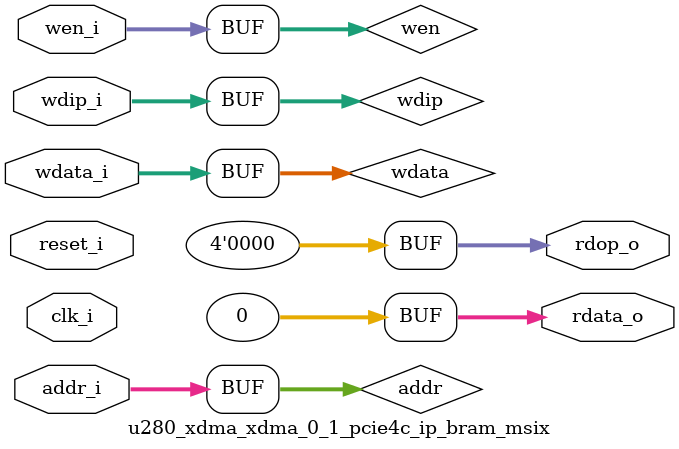
<source format=v>
`timescale 1ps/1ps

(* DowngradeIPIdentifiedWarnings = "yes" *)
module u280_xdma_xdma_0_1_pcie4c_ip_bram_msix #(

  parameter           TCQ = 100
, parameter           TO_RAM_PIPELINE="FALSE"
, parameter           FROM_RAM_PIPELINE="FALSE"
, parameter           MSIX_CAP_TABLE_SIZE=11'h0
, parameter           MSIX_TABLE_RAM_ENABLE="FALSE"

  ) (

  input  wire         clk_i,
  input  wire         reset_i,

  input  wire  [12:0] addr_i,
  input  wire  [31:0] wdata_i,
  input  wire   [3:0] wdip_i,
  input  wire   [3:0] wen_i,
  output wire  [31:0] rdata_o,
  output wire   [3:0] rdop_o

  );

  // WIP : Use Total number of functions (PFs + VFs) to calculate the NUM_BRAM_4K
  localparam integer NUM_BRAM_4K = (MSIX_TABLE_RAM_ENABLE == "TRUE") ? 8 : 0 ;
 

  reg          [12:0] addr;
  reg          [12:0] addr_p0;
  reg          [12:0] addr_p1;
  reg          [31:0] wdata;
  reg           [3:0] wdip;
  reg           [3:0] wen;
  reg          [31:0] reg_rdata;
  reg           [3:0] reg_rdop;
  wire         [31:0] rdata;
  wire          [3:0] rdop;
  genvar              i;
  wire    [(8*4)-1:0] bram_4k_wen;
  wire   [(8*32)-1:0] rdata_t;
  wire    [(8*4)-1:0] rdop_t;

  //
  // Optional input pipe stages
  //
  generate

    if (TO_RAM_PIPELINE == "TRUE") begin : TORAMPIPELINE

      always @(posedge clk_i) begin
     
        if (reset_i) begin

          addr <= #(TCQ) 13'b0;
          wdata <= #(TCQ) 32'b0;
          wdip <= #(TCQ) 4'b0;
          wen <= #(TCQ) 4'b0;

        end else begin

          addr <= #(TCQ) addr_i;
          wdata <= #(TCQ) wdata_i;
          wdip <= #(TCQ) wdip_i;
          wen <= #(TCQ) wen_i;

        end

      end

    end else begin : NOTORAMPIPELINE

      always @(*) begin

          addr = addr_i;
          wdata = wdata_i;
          wdip = wdip_i;
          wen = wen_i;

      end


    end

  endgenerate

  // 
  // Address pipeline
  //
  always @(posedge clk_i) begin
     
    if (reset_i) begin

      addr_p0 <= #(TCQ) 13'b0;
      addr_p1 <= #(TCQ) 13'b0;

    end else begin

      addr_p0 <= #(TCQ) addr;
      addr_p1 <= #(TCQ) addr_p0;

    end

  end

  //
  // Optional output pipe stages
  //
  generate

    if (FROM_RAM_PIPELINE == "TRUE") begin : FRMRAMPIPELINE


      always @(posedge clk_i) begin
     
        if (reset_i) begin

          reg_rdata <= #(TCQ) 32'b0;
          reg_rdop <= #(TCQ) 4'b0;

        end else begin

          case (addr_p1[12:10]) 
            3'b000 : begin
              reg_rdata <= #(TCQ) rdata_t[(32*(0))+31:(32*(0))+0];
              reg_rdop <= #(TCQ) rdop_t[(4*(0))+3:(4*(0))+0];
            end
            3'b001 : begin
              reg_rdata <= #(TCQ) rdata_t[(32*(1))+31:(32*(1))+0];
              reg_rdop <= #(TCQ) rdop_t[(4*(1))+3:(4*(1))+0];
            end
            3'b010 : begin
              reg_rdata <= #(TCQ) rdata_t[(32*(2))+31:(32*(2))+0];
              reg_rdop <= #(TCQ) rdop_t[(4*(2))+3:(4*(2))+0];
            end
            3'b011 : begin
              reg_rdata <= #(TCQ) rdata_t[(32*(3))+31:(32*(3))+0];
              reg_rdop <= #(TCQ) rdop_t[(4*(3))+3:(4*(3))+0];
            end
            3'b100 : begin
              reg_rdata <= #(TCQ) rdata_t[(32*(4))+31:(32*(4))+0];
              reg_rdop <= #(TCQ) rdop_t[(4*(4))+3:(4*(4))+0];
            end
            3'b101 : begin
              reg_rdata <= #(TCQ) rdata_t[(32*(5))+31:(32*(5))+0];
              reg_rdop <= #(TCQ) rdop_t[(4*(5))+3:(4*(5))+0];
            end
            3'b110 : begin
              reg_rdata <= #(TCQ) rdata_t[(32*(6))+31:(32*(6))+0];
              reg_rdop <= #(TCQ) rdop_t[(4*(6))+3:(4*(6))+0];
            end
            3'b111 : begin
              reg_rdata <= #(TCQ) rdata_t[(32*(7))+31:(32*(7))+0];
              reg_rdop <= #(TCQ) rdop_t[(4*(7))+3:(4*(7))+0];
            end
          endcase

        end

      end

    end else begin : NOFRMRAMPIPELINE

      always @(*) begin

          case (addr_p1[12:10]) 
            3'b000 : begin
              reg_rdata <= #(TCQ) rdata_t[(32*(0))+31:(32*(0))+0];
              reg_rdop <= #(TCQ) rdop_t[(4*(0))+3:(4*(0))+0];
            end
            3'b001 : begin
              reg_rdata <= #(TCQ) rdata_t[(32*(1))+31:(32*(1))+0];
              reg_rdop <= #(TCQ) rdop_t[(4*(1))+3:(4*(1))+0];
            end
            3'b010 : begin
              reg_rdata <= #(TCQ) rdata_t[(32*(2))+31:(32*(2))+0];
              reg_rdop <= #(TCQ) rdop_t[(4*(2))+3:(4*(2))+0];
            end
            3'b011 : begin
              reg_rdata <= #(TCQ) rdata_t[(32*(3))+31:(32*(3))+0];
              reg_rdop <= #(TCQ) rdop_t[(4*(3))+3:(4*(3))+0];
            end
            3'b100 : begin
              reg_rdata <= #(TCQ) rdata_t[(32*(4))+31:(32*(4))+0];
              reg_rdop <= #(TCQ) rdop_t[(4*(4))+3:(4*(4))+0];
            end
            3'b101 : begin
              reg_rdata <= #(TCQ) rdata_t[(32*(5))+31:(32*(5))+0];
              reg_rdop <= #(TCQ) rdop_t[(4*(5))+3:(4*(5))+0];
            end
            3'b110 : begin
              reg_rdata <= #(TCQ) rdata_t[(32*(6))+31:(32*(6))+0];
              reg_rdop <= #(TCQ) rdop_t[(4*(6))+3:(4*(6))+0];
            end
            3'b111 : begin
              reg_rdata <= #(TCQ) rdata_t[(32*(7))+31:(32*(7))+0];
              reg_rdop <= #(TCQ) rdop_t[(4*(7))+3:(4*(7))+0];
            end
          endcase

      end

    end
  
  endgenerate

  assign rdata_o = (MSIX_TABLE_RAM_ENABLE == "TRUE") ?  reg_rdata : 32'h0;
  assign rdop_o = (MSIX_TABLE_RAM_ENABLE == "TRUE") ? reg_rdop : 4'h0;

  generate 
  
    for (i=0; i<NUM_BRAM_4K; i=i+1) begin : BRAM4K

      u280_xdma_xdma_0_1_pcie4c_ip_bram_4k_int #(
          .TCQ(TCQ)
        )
        bram_4k_int (
    
          .clk_i (clk_i),
          .reset_i (reset_i),
    
          .addr_i(addr[9:0]),
          .wdata_i(wdata),
          .wdip_i(wdip),
          .wen_i(bram_4k_wen[(4*(i))+3:(4*(i))+0]),
          .rdata_o(rdata_t[(32*i)+31:(32*i)+0]),
          .rdop_o(rdop_t[(4*i)+3:(4*i)+0]),
          .baddr_i(10'b0),
          .brdata_o()

      );
      assign bram_4k_wen[(4*(i))+3:(4*(i))+0] = wen & {4{(i == addr[12:10])}};  
      
    end

  endgenerate

endmodule

</source>
